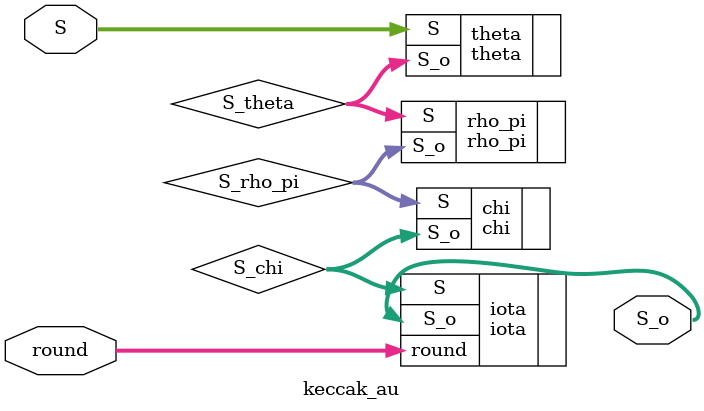
<source format=v>
`timescale 1ns / 1ps


module sha3_compact_xl#(
    parameter LENGTH = 1600,
    parameter D_WIDTH = 64
    )(
    input                           i_clk,
    input                           i_rst,
    input   [D_WIDTH-1:0]           i_data_in,
    input   [7:0]                   i_add,
    input   [7:0]                   i_control,
    output  [D_WIDTH-1:0]           o_data_out,
    output                          o_end_op,
    output  [3:0]                   fsm_state
    );
    
    // --- In Signals --- //
    wire    [LENGTH - 1:0] P;
    
    // --- Out Signals --- //
    wire    [LENGTH - 1:0]      P_o;
    wire    [D_WIDTH - 1:0]     P_out [0:((LENGTH/D_WIDTH) - 1)];
    genvar i;
    generate 
        for (i = 0; i < (LENGTH/D_WIDTH); i = i + 1) begin
            assign P_out[i] = P_o[(((i+1)*D_WIDTH)-1):(i*D_WIDTH)];
        end
    endgenerate
    
    assign o_data_out = P_out[i_add];
    
    wire fin;
    reg end_op_reg;
    assign o_end_op = end_op_reg;
    always @(posedge i_clk) end_op_reg <= fin;
    
    // --- Control signals --- //
    wire reset;
    wire load_length;
    wire load_data;
    wire start;
    reg  padding;
    
    wire shake128;
    wire shake256;
    wire sha3_256;
    wire sha3_512;
    
    wire fsm_start_reset;
    wire fsm_load_length;
    wire fsm_load_data;
    wire fsm_start;
    wire fsm_en_shake;
    wire fsm_reset_round;
    
    wire [7:0] add_reset;
    
    
    /*
    wire shake;
    wire ini_shake;
    reg  reg_start;
    reg  en_shake;
    reg  save_shake;
    */
    
    assign reset        = !(!i_control[1] & !i_control[0]) & i_rst;   // XX00 -> RESET
    assign load_length  =   !i_control[1] &  i_control[0];            // XX01 -> LOAD_LENGTH   
    assign load_data    =    i_control[1] & !i_control[0];            // XX10 -> LOAD_DATA
    assign start        =    i_control[1] &  i_control[0];           // XX11 -> START
    
    assign shake128     = !i_control[3] & !i_control[2]; // 00XX -> SHAKE128
    assign shake256     = !i_control[3] &  i_control[2]; // 01XX -> SHAKE128
    assign sha3_256     =  i_control[3] & !i_control[2]; // 10XX -> SHA3_256
    assign sha3_512     =  i_control[3] &  i_control[2]; // 11XX -> SHA3_512
    // assign shake        = !i_control[3] & en_shake;    // 0XXX -> SHAKE
    
    /*
    always @(posedge i_clk) reg_start <= start;
    */
    
    always @(posedge i_clk) begin
        if(!reset) begin
            padding <= 0;
        end
        else begin
            if(fsm_load_length) padding <= 1;
            else if(fin)        padding <= 0;
            else                padding <= padding;
        end
    end
    
    /*
    always @(posedge i_clk) begin
        if(!i_rst | load_data) begin
            en_shake    <= 0;
            save_shake  <= 0;
        end
        else begin
            if(padding)             save_shake <= 1;
            else                    save_shake <= save_shake; 
            
            if(save_shake & fin)    en_shake <= 1;
            else                    en_shake <= en_shake;
        end
    end

    assign ini_shake  =  !reg_start & shake; // Power-up Detection  
    */
    
    
    
    // --- PARAMETERS --- //
    
    reg [D_WIDTH-1:0] PAD;
    reg [7:0] RATE;
    reg [7:0] LEN;
    
    always @(posedge i_clk) begin
        if(!reset) begin
            LEN     <= 0;
        end
        else begin
            if(fsm_load_length) LEN     <= i_data_in[7:0];
            else if(fsm_start)  LEN     <= 0;
            else                LEN     <= LEN;
        end
    end
    
    
    
    wire [7:0] pos_pad;
    assign pos_pad = (LEN - (LEN / (D_WIDTH/8))*8)*8; 
    
    always @* begin
        if(shake128) begin
            PAD     =   8'h1F << pos_pad;
            RATE    =   168; 
        end
        else if(shake256) begin
            PAD     =   8'h1F << pos_pad;
            RATE    =   136;
        end 
        else if(sha3_256) begin
            PAD     =   8'h06 << pos_pad;
            RATE    =   136;
        end 
        else begin
            PAD     =   8'h06 << pos_pad;
            RATE    =   72;
        end
    end
    
    
    fsm_sha3_shake FSM (
    .clk(i_clk), .reset(reset), .load_length(load_length), .load_data(load_data), .start(start), .end_op(end_op_reg), .fsm_state(fsm_state),
    .fsm_start_reset(fsm_start_reset), .add_reset(add_reset),
    .fsm_load_length(fsm_load_length), .fsm_load_data(fsm_load_data), .fsm_start(fsm_start), .fsm_en_shake(fsm_en_shake), .fsm_reset_round(fsm_reset_round)
    );
    
    // ini_shake only put round = 0, ONLY FUNCTION
     keccak_v2    keccak     
     (.clk(i_clk), .rst(reset), .S(P), .S_o(P_o), .reset_round(fsm_reset_round), .ini(fsm_start), 
     .shake(fsm_en_shake), .fin(fin));
     
     input_module_v3 input_module_v3     
     (.clk(i_clk), .rst(reset), 
     .fsm_start_reset(fsm_start_reset), .load(fsm_load_data), 
     .RATE(RATE), .LEN(LEN), .PAD(PAD),
     .padding(padding), .data_in(i_data_in), 
     .add(i_add), .add_reset(add_reset), .P(P));
     
     /*
     input_module_v2 input_module_v2     
     (.clk(i_clk), .rst(reset), .load(fsm_load_data), .RATE(RATE), .LEN(LEN), .PAD(PAD),
     .padding(padding), .data_in(i_data_in), .add(i_add), .P(P));
      */          
     
    // clog2 function 
    function integer clog2;
      input integer n;
        for (clog2=0; n>0; clog2=clog2+1)
          n = n >> 1;
    endfunction
    
    // ceil function 
    function integer ceil;
      input integer n;
      input integer b;
        for (ceil=0; n>0; ceil=ceil+1)
          n = n - b;
    endfunction
     
endmodule

module fsm_sha3_shake(
    input clk,  // Clock input
    input reset, // Reset input
    input load_length,
    input load_data,
    input start,
    input end_op,
    output [3:0] fsm_state,
    output [7:0] add_reset,
    output reg fsm_reset,
    output reg fsm_start_reset,
    output reg fsm_load_length,
    output reg fsm_load_data,
    output reg fsm_start,
    output reg fsm_en_shake,
    output reg fsm_reset_round
);

    // Define states
    parameter RESET             = 4'b0000; // 0
    parameter IDLE              = 4'b0001; // 1
    parameter LOAD_DATA         = 4'b0010; // 2
    parameter LOAD_DATA_SHAKE   = 4'b0110; // 6
    parameter START             = 4'b0011; // 3
    parameter END               = 4'b0100; // 4
    parameter LOAD_LENGTH       = 4'b0101; // 5
    parameter START_SHAKE       = 4'b0111; // 7
    parameter END_SHAKE         = 4'b1000; // 8
    parameter IDLE_SHAKE        = 4'b1001; // 9
    
    reg fsm_shake;
    reg [7:0] fsm_add;
    assign add_reset = fsm_add;
    
    always @(posedge clk) begin
        if(!reset)          fsm_en_shake <= 0;
        else begin
            if(fsm_shake)   fsm_en_shake <= 1;
            else            fsm_en_shake <= fsm_en_shake; 
        end
    end
    
    always @(posedge clk) begin
        if(!reset)          fsm_add <= 0;
        else begin
            if(fsm_start_reset) fsm_add <= fsm_add + 1;
            else                fsm_add <= fsm_add;
        end
    end
    
    reg end_reset;
    
    always @(posedge clk) begin
        if(!reset)                  end_reset <= 0;
        else begin
            if(fsm_add == 7'h18 - 1)    end_reset <= 1; // 24
            else                        end_reset <= end_reset;
        end
    end
    
    // Define state register
    reg [3:0] current_state, next_state;
    
    assign fsm_state = current_state;
    
    // State transition and output logic
    always @(posedge clk) begin
        if (!reset) current_state <= RESET; // Reset to initial state
        else        current_state <= next_state; // Update current state
    end
    
    // Next state and output assignment logic
    always @(*) begin
        case (current_state)
            RESET: begin
                if(end_reset)   next_state = IDLE; // Transition to next state
                else            next_state = RESET;
            end
            IDLE: begin
                if(load_data)           next_state = LOAD_DATA; // Transition to next state
                else if (load_length)   next_state = LOAD_LENGTH;
                else                    next_state = IDLE;
            end
            LOAD_DATA: begin
                if (start)     next_state = START;
                else           next_state = LOAD_DATA;
            end
            START: begin
                if(end_op)      next_state = END; // Transition to next state
                else            next_state = START;
            end
            END: begin
                if(load_data | load_length)     next_state = IDLE; // Transition to next state
                else                            next_state = END;
            end
            LOAD_LENGTH: begin
                if(load_data)   next_state = LOAD_DATA_SHAKE; // Transition to next state
                else            next_state = LOAD_LENGTH;
            end
            LOAD_DATA_SHAKE: begin
                if (start)     next_state = START_SHAKE;
                else           next_state = LOAD_DATA_SHAKE;
            end
            START_SHAKE: begin
                if(end_op)      next_state = END_SHAKE; // Transition to next state
                else            next_state = START_SHAKE;
            end
            END_SHAKE: begin
                if(load_length)     next_state = IDLE_SHAKE; // Transition to next state
                else                next_state = END_SHAKE;
            end
            IDLE_SHAKE: begin
                if(start)           next_state = START_SHAKE; // Transition to next state
                else if (!reset)    next_state = RESET;
                else                next_state = IDLE_SHAKE;
            end
            
            default: begin
                next_state = RESET; // Default to initial state
            end
        endcase
    end
    
    // Output assignment
    always @(current_state) begin
        case (current_state)
            RESET: begin
                fsm_reset       = 0;
                fsm_start_reset = 1;
                fsm_load_data   = 0;
                fsm_load_length = 0;
                fsm_start       = 0;
                fsm_shake       = 0;
                fsm_reset_round = 1;
            end
            IDLE: begin
                fsm_reset       = 1;
                fsm_start_reset = 0;
                fsm_load_data   = 0;
                fsm_load_length = 0;
                fsm_start       = 0;
                fsm_shake       = 0;
                fsm_reset_round = 1;
            end
            LOAD_DATA: begin
                fsm_reset       = 1;
                fsm_start_reset = 0;
                fsm_load_data   = 1;
                fsm_load_length = 0;
                fsm_start       = 0;
                fsm_shake       = 0;
                fsm_reset_round = 1;
            end
            LOAD_DATA_SHAKE: begin
                fsm_reset       = 1;
                fsm_start_reset = 0;
                fsm_load_data   = 1;
                fsm_load_length = 0;
                fsm_start       = 0;
                fsm_shake       = 0;
                fsm_reset_round = 1;
            end
            START: begin
                fsm_reset       = 1;
                fsm_start_reset = 0;
                fsm_load_data   = 0;
                fsm_load_length = 0;
                fsm_start       = 1;
                fsm_shake       = 0;
                fsm_reset_round = 0;
            end
            END: begin
                fsm_reset       = 1;
                fsm_start_reset = 0;
                fsm_load_data   = 0;
                fsm_load_length = 0;
                fsm_start       = 0;
                fsm_shake       = 0;
                fsm_reset_round = 0;
            end
            LOAD_LENGTH: begin
                fsm_reset       = 1;
                fsm_start_reset = 0;
                fsm_load_data   = 0;
                fsm_load_length = 1;
                fsm_start       = 0;
                fsm_shake       = 0;
                fsm_reset_round = 1;
            end
            START_SHAKE: begin
                fsm_reset       = 1;
                fsm_start_reset = 0;
                fsm_load_data   = 0;
                fsm_load_length = 0;
                fsm_start       = 1;
                fsm_shake       = 0;
                fsm_reset_round = 0;
            end
            END_SHAKE: begin
                fsm_reset       = 1;
                fsm_start_reset = 0;
                fsm_load_data   = 0;
                fsm_load_length = 0;
                fsm_start       = 0;
                fsm_shake       = 1;
                fsm_reset_round = 0;
            end
            IDLE_SHAKE: begin
                fsm_reset       = 1;
                fsm_start_reset = 0;
                fsm_load_data   = 0;
                fsm_load_length = 0;
                fsm_start       = 0;
                fsm_shake       = 1;
                fsm_reset_round = 1;
            end
            default: begin
                fsm_reset       = 0;
                fsm_start_reset = 0;
                fsm_load_data   = 0;
                fsm_load_length = 0;
                fsm_start       = 0;
                fsm_shake       = 0;
                fsm_reset_round = 0;
            end
        endcase
    end

endmodule

module input_module_v2#(
    parameter LENGTH = 1600,
    parameter D_WIDTH = 64
    )(
    input                               clk,
    input                               rst,
    input                               load,
    input                               padding,
    input   [7:0]                       RATE,
    input   [D_WIDTH-1:0]               PAD,
    input   [7:0]                       LEN,
    input   [D_WIDTH-1:0]               data_in,
    input   [7:0]                       add,
    output  [LENGTH-1:0]                P
    );
    
    // --- P generation --- //
    reg [D_WIDTH-1:0] P_reg [0:(LENGTH/D_WIDTH)-1];
    genvar i;
    generate
        for(i = 0; i < (LENGTH/D_WIDTH); i = i + 1) begin
        assign P[((i+1)*D_WIDTH - 1):(i*D_WIDTH)] = P_reg[i];
        end
    endgenerate
    
    wire [7:0] add_len; 
    wire [7:0] add_rate;
    assign add_len = LEN / 8;
    assign add_rate = RATE / 8 - 1;
    
    always @(posedge clk) begin
        if(load) begin
            if(padding) begin
                if      (add == add_rate && add != add_len)   P_reg[add] <= (8'h80 << 56) + data_in;
                else if (add == add_rate && add == add_len)   P_reg[add] <= (8'h80 << 56) + data_in + PAD;
                else if (add != add_rate && add == add_len)   P_reg[add] <= data_in + PAD;
                else                                          P_reg[add] <= data_in;
            end
            else                                              P_reg[add] <= data_in;            
        end
        else                                                  P_reg[add] <= P_reg[add]; 
    
    end 
endmodule

module input_module_v3#(
    parameter LENGTH = 1600,
    parameter D_WIDTH = 64
    )(
    input                               clk,
    input                               rst,
    input                               load,
    input                               padding,
    input                               fsm_start_reset,
    input   [7:0]                       add_reset,
    input   [7:0]                       RATE,
    input   [D_WIDTH-1:0]               PAD,
    input   [7:0]                       LEN,
    input   [D_WIDTH-1:0]               data_in,
    input   [7:0]                       add,
    output  [LENGTH-1:0]                P
    );
    
    // --- P generation --- //
    reg [D_WIDTH-1:0] P_reg [0:(LENGTH/D_WIDTH)-1];
    genvar i;
    generate
        for(i = 0; i < (LENGTH/D_WIDTH); i = i + 1) begin
        assign P[((i+1)*D_WIDTH - 1):(i*D_WIDTH)] = P_reg[i];
        end
    endgenerate
    
    wire [7:0] add_len; 
    wire [7:0] add_rate;
    assign add_len = LEN / 8;
    assign add_rate = RATE / 8 - 1;
    
    always @(posedge clk) begin
        if(load) begin
            if(padding) begin
                if      (add == add_rate && add != add_len)   P_reg[add] <= (8'h80 << 56) + data_in;
                else if (add == add_rate && add == add_len)   P_reg[add] <= (8'h80 << 56) + data_in + PAD;
                else if (add != add_rate && add == add_len)   P_reg[add] <= data_in + PAD;
                else                                          P_reg[add] <= data_in;
            end
            else                                              P_reg[add] <= data_in;            
        end
        else begin
            if(fsm_start_reset)                               P_reg[add_reset] <= 0;
            else                                              P_reg[add]        <= P_reg[add];
        end         
    
    end 
endmodule

module keccak_v2 #(
    parameter LENGTH = 1600
    )
    (
    input                           clk,
    input                           rst,
    input                           shake,
    input   [LENGTH - 1:0]          S,
    output  [LENGTH - 1:0]          S_o,
    input                           reset_round,
    input                           ini,
    output                          fin
    );
    
    wire    [7:0]               round;
    wire    [7:0]               round_keccak;
    reg     [7:0]               round_clk;
    wire    [LENGTH - 1:0]      S_o_au;
    wire    [LENGTH - 1:0]      S_input;
    wire    [LENGTH - 1:0]      S_in;
    reg                         ope_clk;
    
    reg  [1599:0] S_REG;
    
    assign S_o      = S_REG;
    
    assign S_input  = (ope_clk | shake) ? S_o_au : (S ^ S_REG);
    assign S_in     = S_REG;
    
    assign round_keccak = (shake) ? round : round_clk; 
    
    keccak_au   keccak_au   (.S(S_in), .S_o(S_o_au),  .round(round_clk));
    
    wire    [63:0]  M_out [0:(LENGTH/64)-1];
    genvar i;
    generate            
    for (i = 0; i < (LENGTH/64); i = i + 1) begin
        assign M_out[i] = S_o[(((i+1)*64)-1):(i*64)];
    end
    endgenerate
    
    
    always @(posedge clk) begin
                    if(!rst) begin 
                        S_REG    <= 0;
                    end
                    else begin
                        if(!shake) begin 
                            if(ope | ope_clk)    S_REG <= S_input;
                            else                 S_REG <= S_REG;
                        end
                        else begin
                            if(ope_clk)         S_REG <= S_input;
                            else                S_REG <= S_REG;
                        end
                    end
                        
                    round_clk <= round;
                    ope_clk <= ope;
     end
    

    keccak_ctl_v2 keccak_ctl_v2 (.clk(clk), .rst(rst), .reset_round(reset_round), .ini(ini),  .fin(fin), .ope(ope), .round(round));
   
    
endmodule


module keccak_ctl_v2(
    input               clk,
    input               rst,
    input               reset_round,
    input               ini,
    output              fin,
    output  reg         ope,
    output  reg [7:0]   round 
    );
    
    always @(posedge clk) begin
        if(!rst) begin
            ope     <= 0;
        end
        else begin
            if      (fin)   ope <= 0;
            else if (ini)   ope <= 1;
            else            ope <= ope;
        end
    end
    
    always @(posedge clk) begin
        if(!rst) begin
            round     <= 0;
        end
        else begin
            if      (reset_round)   round <= 0;
            else if (ope)           round <= round + 1;
            else                    round <= round;
        end
    end
    
    //assign round_shift = round >> 2;
    //assign fin = (round_shift == 8'b00010111) ? 1 : 0; //23
    assign fin = (round >= 8'b00010111) ? 1 : 0; //23
    //assign fin = 0;
    
endmodule

module keccak_au(
    input   [1599:0]    S,
    output  [1599:0]    S_o,
    input   [7:0]       round
    );
    
    wire [1599:0] S_theta;
    wire [1599:0] S_rho_pi;
    wire [1599:0] S_chi;
    
    theta   theta   (.S(S),         .S_o(S_theta));
    rho_pi  rho_pi  (.S(S_theta),   .S_o(S_rho_pi));
    chi     chi     (.S(S_rho_pi),  .S_o(S_chi));
    iota    iota    (.S(S_chi),     .S_o(S_o),      .round(round));
    
endmodule
</source>
